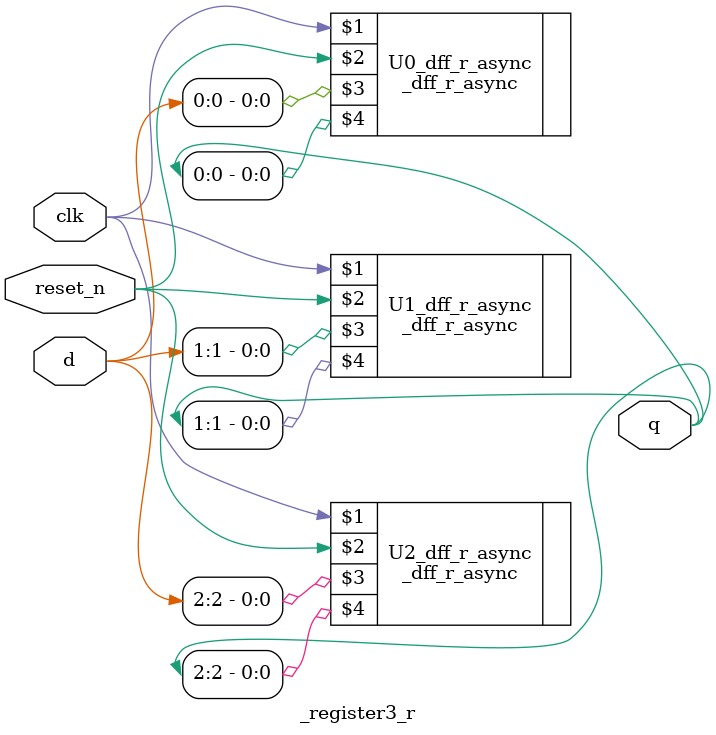
<source format=v>
module _register3_r(clk, reset_n, d, q); //3-bits register module
	input  clk, reset_n;
	input  [2:0]d;
	output [2:0]q;

	//struct 3-bits register module
	_dff_r_async U0_dff_r_async(clk, reset_n, d[0], q[0]);
	_dff_r_async U1_dff_r_async(clk, reset_n, d[1], q[1]); 
	_dff_r_async U2_dff_r_async(clk, reset_n, d[2], q[2]); 
 endmodule 
</source>
